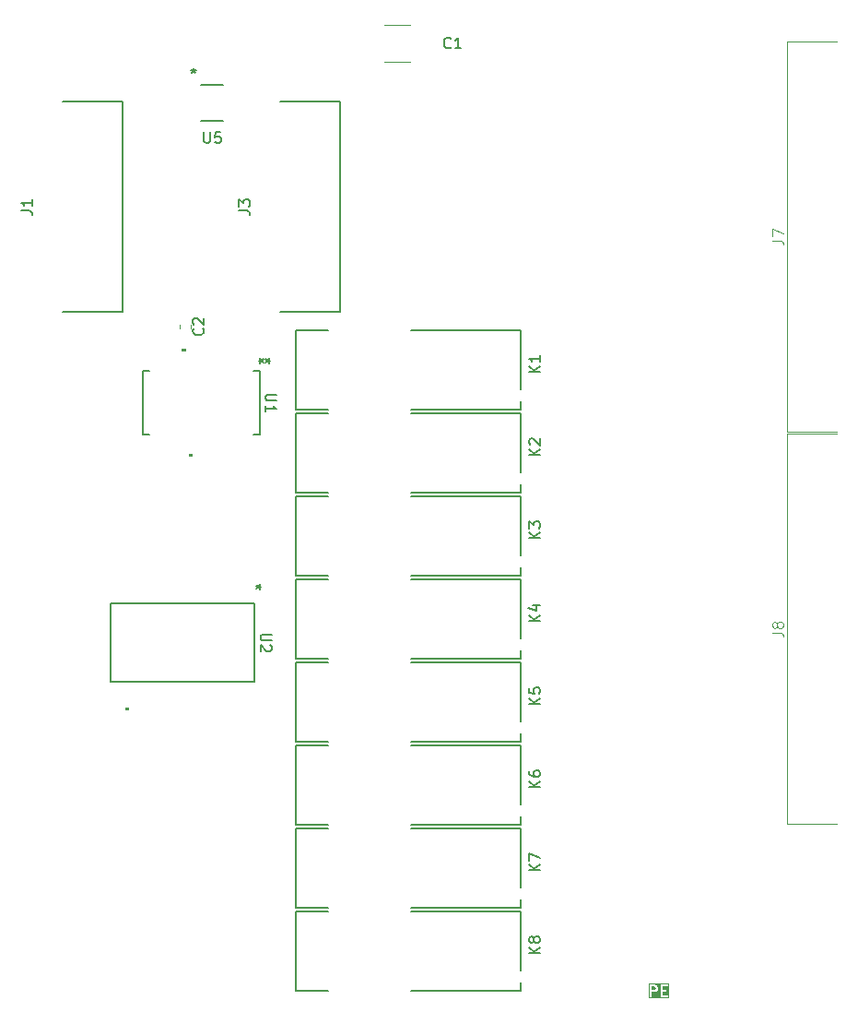
<source format=gbr>
%TF.GenerationSoftware,KiCad,Pcbnew,9.0.0*%
%TF.CreationDate,2025-03-10T21:13:25+03:00*%
%TF.ProjectId,PM_CNV-RQ8,504d5f43-4e56-42d5-9251-382e6b696361,rev?*%
%TF.SameCoordinates,Original*%
%TF.FileFunction,Legend,Top*%
%TF.FilePolarity,Positive*%
%FSLAX46Y46*%
G04 Gerber Fmt 4.6, Leading zero omitted, Abs format (unit mm)*
G04 Created by KiCad (PCBNEW 9.0.0) date 2025-03-10 21:13:25*
%MOMM*%
%LPD*%
G01*
G04 APERTURE LIST*
%ADD10C,0.200000*%
%ADD11C,0.150000*%
%ADD12C,0.100000*%
%ADD13C,0.152400*%
%ADD14C,0.000000*%
%ADD15C,0.120000*%
G04 APERTURE END LIST*
D10*
G36*
X21702668Y-41582024D02*
G01*
X21727337Y-41606692D01*
X21757142Y-41666302D01*
X21757142Y-41761945D01*
X21727337Y-41821554D01*
X21702668Y-41846222D01*
X21643059Y-41876028D01*
X21385714Y-41876028D01*
X21385714Y-41552219D01*
X21643059Y-41552219D01*
X21702668Y-41582024D01*
G37*
G36*
X22971094Y-42663330D02*
G01*
X21074603Y-42663330D01*
X21074603Y-41452219D01*
X21185714Y-41452219D01*
X21185714Y-42452219D01*
X21187635Y-42471728D01*
X21202567Y-42507776D01*
X21230157Y-42535366D01*
X21266205Y-42550298D01*
X21305223Y-42550298D01*
X21341271Y-42535366D01*
X21368861Y-42507776D01*
X21383793Y-42471728D01*
X21385714Y-42452219D01*
X21385714Y-42076028D01*
X21666666Y-42076028D01*
X21686175Y-42074107D01*
X21689495Y-42072731D01*
X21693079Y-42072477D01*
X21711387Y-42065471D01*
X21806625Y-42017852D01*
X21815021Y-42012566D01*
X21817461Y-42011556D01*
X21820207Y-42009302D01*
X21823215Y-42007409D01*
X21824944Y-42005414D01*
X21832615Y-41999120D01*
X21880233Y-41951501D01*
X21886525Y-41943834D01*
X21888523Y-41942102D01*
X21890416Y-41939093D01*
X21892670Y-41936348D01*
X21893680Y-41933907D01*
X21898966Y-41925511D01*
X21946585Y-41830274D01*
X21953591Y-41811965D01*
X21953845Y-41808381D01*
X21955221Y-41805061D01*
X21957142Y-41785552D01*
X21957142Y-41642695D01*
X21955221Y-41623186D01*
X21953845Y-41619865D01*
X21953591Y-41616282D01*
X21946585Y-41597973D01*
X21898966Y-41502736D01*
X21893680Y-41494339D01*
X21892670Y-41491899D01*
X21890416Y-41489153D01*
X21888523Y-41486145D01*
X21886525Y-41484412D01*
X21880233Y-41476746D01*
X21855707Y-41452219D01*
X22185714Y-41452219D01*
X22185714Y-42452219D01*
X22187635Y-42471728D01*
X22202567Y-42507776D01*
X22230157Y-42535366D01*
X22266205Y-42550298D01*
X22285714Y-42552219D01*
X22761904Y-42552219D01*
X22781413Y-42550298D01*
X22817461Y-42535366D01*
X22845051Y-42507776D01*
X22859983Y-42471728D01*
X22859983Y-42432710D01*
X22845051Y-42396662D01*
X22817461Y-42369072D01*
X22781413Y-42354140D01*
X22761904Y-42352219D01*
X22385714Y-42352219D01*
X22385714Y-42028409D01*
X22619047Y-42028409D01*
X22638556Y-42026488D01*
X22674604Y-42011556D01*
X22702194Y-41983966D01*
X22717126Y-41947918D01*
X22717126Y-41908900D01*
X22702194Y-41872852D01*
X22674604Y-41845262D01*
X22638556Y-41830330D01*
X22619047Y-41828409D01*
X22385714Y-41828409D01*
X22385714Y-41552219D01*
X22761904Y-41552219D01*
X22781413Y-41550298D01*
X22817461Y-41535366D01*
X22845051Y-41507776D01*
X22859983Y-41471728D01*
X22859983Y-41432710D01*
X22845051Y-41396662D01*
X22817461Y-41369072D01*
X22781413Y-41354140D01*
X22761904Y-41352219D01*
X22285714Y-41352219D01*
X22266205Y-41354140D01*
X22230157Y-41369072D01*
X22202567Y-41396662D01*
X22187635Y-41432710D01*
X22185714Y-41452219D01*
X21855707Y-41452219D01*
X21832615Y-41429127D01*
X21824944Y-41422832D01*
X21823215Y-41420838D01*
X21820207Y-41418944D01*
X21817461Y-41416691D01*
X21815021Y-41415680D01*
X21806625Y-41410395D01*
X21711387Y-41362776D01*
X21693079Y-41355770D01*
X21689495Y-41355515D01*
X21686175Y-41354140D01*
X21666666Y-41352219D01*
X21285714Y-41352219D01*
X21266205Y-41354140D01*
X21230157Y-41369072D01*
X21202567Y-41396662D01*
X21187635Y-41432710D01*
X21185714Y-41452219D01*
X21074603Y-41452219D01*
X21074603Y-41241108D01*
X22971094Y-41241108D01*
X22971094Y-42663330D01*
G37*
D11*
X-19761905Y36870181D02*
X-19761905Y36060658D01*
X-19761905Y36060658D02*
X-19714286Y35965420D01*
X-19714286Y35965420D02*
X-19666667Y35917800D01*
X-19666667Y35917800D02*
X-19571429Y35870181D01*
X-19571429Y35870181D02*
X-19380953Y35870181D01*
X-19380953Y35870181D02*
X-19285715Y35917800D01*
X-19285715Y35917800D02*
X-19238096Y35965420D01*
X-19238096Y35965420D02*
X-19190477Y36060658D01*
X-19190477Y36060658D02*
X-19190477Y36870181D01*
X-18238096Y36870181D02*
X-18714286Y36870181D01*
X-18714286Y36870181D02*
X-18761905Y36393991D01*
X-18761905Y36393991D02*
X-18714286Y36441610D01*
X-18714286Y36441610D02*
X-18619048Y36489229D01*
X-18619048Y36489229D02*
X-18380953Y36489229D01*
X-18380953Y36489229D02*
X-18285715Y36441610D01*
X-18285715Y36441610D02*
X-18238096Y36393991D01*
X-18238096Y36393991D02*
X-18190477Y36298753D01*
X-18190477Y36298753D02*
X-18190477Y36060658D01*
X-18190477Y36060658D02*
X-18238096Y35965420D01*
X-18238096Y35965420D02*
X-18285715Y35917800D01*
X-18285715Y35917800D02*
X-18380953Y35870181D01*
X-18380953Y35870181D02*
X-18619048Y35870181D01*
X-18619048Y35870181D02*
X-18714286Y35917800D01*
X-18714286Y35917800D02*
X-18761905Y35965420D01*
X-20720850Y42696981D02*
X-20720850Y42458886D01*
X-20958945Y42554124D02*
X-20720850Y42458886D01*
X-20720850Y42458886D02*
X-20482755Y42554124D01*
X-20863707Y42268410D02*
X-20720850Y42458886D01*
X-20720850Y42458886D02*
X-20577993Y42268410D01*
X-16545181Y29666667D02*
X-15830896Y29666667D01*
X-15830896Y29666667D02*
X-15688039Y29619048D01*
X-15688039Y29619048D02*
X-15592800Y29523810D01*
X-15592800Y29523810D02*
X-15545181Y29380953D01*
X-15545181Y29380953D02*
X-15545181Y29285715D01*
X-16545181Y30047620D02*
X-16545181Y30666667D01*
X-16545181Y30666667D02*
X-16164229Y30333334D01*
X-16164229Y30333334D02*
X-16164229Y30476191D01*
X-16164229Y30476191D02*
X-16116610Y30571429D01*
X-16116610Y30571429D02*
X-16068991Y30619048D01*
X-16068991Y30619048D02*
X-15973753Y30666667D01*
X-15973753Y30666667D02*
X-15735658Y30666667D01*
X-15735658Y30666667D02*
X-15640420Y30619048D01*
X-15640420Y30619048D02*
X-15592800Y30571429D01*
X-15592800Y30571429D02*
X-15545181Y30476191D01*
X-15545181Y30476191D02*
X-15545181Y30190477D01*
X-15545181Y30190477D02*
X-15592800Y30095239D01*
X-15592800Y30095239D02*
X-15640420Y30047620D01*
X-36545181Y29666667D02*
X-35830896Y29666667D01*
X-35830896Y29666667D02*
X-35688039Y29619048D01*
X-35688039Y29619048D02*
X-35592800Y29523810D01*
X-35592800Y29523810D02*
X-35545181Y29380953D01*
X-35545181Y29380953D02*
X-35545181Y29285715D01*
X-35545181Y30666667D02*
X-35545181Y30095239D01*
X-35545181Y30380953D02*
X-36545181Y30380953D01*
X-36545181Y30380953D02*
X-36402324Y30285715D01*
X-36402324Y30285715D02*
X-36307086Y30190477D01*
X-36307086Y30190477D02*
X-36259467Y30095239D01*
X11104819Y-8028094D02*
X10104819Y-8028094D01*
X11104819Y-7456666D02*
X10533390Y-7885237D01*
X10104819Y-7456666D02*
X10676247Y-8028094D01*
X10438152Y-6599523D02*
X11104819Y-6599523D01*
X10057200Y-6837618D02*
X10771485Y-7075713D01*
X10771485Y-7075713D02*
X10771485Y-6456666D01*
X-13559820Y-9238095D02*
X-14369343Y-9238095D01*
X-14369343Y-9238095D02*
X-14464581Y-9285714D01*
X-14464581Y-9285714D02*
X-14512200Y-9333333D01*
X-14512200Y-9333333D02*
X-14559820Y-9428571D01*
X-14559820Y-9428571D02*
X-14559820Y-9619047D01*
X-14559820Y-9619047D02*
X-14512200Y-9714285D01*
X-14512200Y-9714285D02*
X-14464581Y-9761904D01*
X-14464581Y-9761904D02*
X-14369343Y-9809523D01*
X-14369343Y-9809523D02*
X-13559820Y-9809523D01*
X-13655058Y-10238095D02*
X-13607439Y-10285714D01*
X-13607439Y-10285714D02*
X-13559820Y-10380952D01*
X-13559820Y-10380952D02*
X-13559820Y-10619047D01*
X-13559820Y-10619047D02*
X-13607439Y-10714285D01*
X-13607439Y-10714285D02*
X-13655058Y-10761904D01*
X-13655058Y-10761904D02*
X-13750296Y-10809523D01*
X-13750296Y-10809523D02*
X-13845534Y-10809523D01*
X-13845534Y-10809523D02*
X-13988391Y-10761904D01*
X-13988391Y-10761904D02*
X-14559820Y-10190476D01*
X-14559820Y-10190476D02*
X-14559820Y-10809523D01*
X-14506020Y-4895201D02*
X-14744115Y-4895201D01*
X-14648877Y-4657106D02*
X-14744115Y-4895201D01*
X-14744115Y-4895201D02*
X-14648877Y-5133296D01*
X-14934591Y-4752344D02*
X-14744115Y-4895201D01*
X-14744115Y-4895201D02*
X-14934591Y-5038058D01*
X11104819Y-15648094D02*
X10104819Y-15648094D01*
X11104819Y-15076666D02*
X10533390Y-15505237D01*
X10104819Y-15076666D02*
X10676247Y-15648094D01*
X10104819Y-14171904D02*
X10104819Y-14648094D01*
X10104819Y-14648094D02*
X10581009Y-14695713D01*
X10581009Y-14695713D02*
X10533390Y-14648094D01*
X10533390Y-14648094D02*
X10485771Y-14552856D01*
X10485771Y-14552856D02*
X10485771Y-14314761D01*
X10485771Y-14314761D02*
X10533390Y-14219523D01*
X10533390Y-14219523D02*
X10581009Y-14171904D01*
X10581009Y-14171904D02*
X10676247Y-14124285D01*
X10676247Y-14124285D02*
X10914342Y-14124285D01*
X10914342Y-14124285D02*
X11009580Y-14171904D01*
X11009580Y-14171904D02*
X11057200Y-14219523D01*
X11057200Y-14219523D02*
X11104819Y-14314761D01*
X11104819Y-14314761D02*
X11104819Y-14552856D01*
X11104819Y-14552856D02*
X11057200Y-14648094D01*
X11057200Y-14648094D02*
X11009580Y-14695713D01*
X11104819Y-23268094D02*
X10104819Y-23268094D01*
X11104819Y-22696666D02*
X10533390Y-23125237D01*
X10104819Y-22696666D02*
X10676247Y-23268094D01*
X10104819Y-21839523D02*
X10104819Y-22029999D01*
X10104819Y-22029999D02*
X10152438Y-22125237D01*
X10152438Y-22125237D02*
X10200057Y-22172856D01*
X10200057Y-22172856D02*
X10342914Y-22268094D01*
X10342914Y-22268094D02*
X10533390Y-22315713D01*
X10533390Y-22315713D02*
X10914342Y-22315713D01*
X10914342Y-22315713D02*
X11009580Y-22268094D01*
X11009580Y-22268094D02*
X11057200Y-22220475D01*
X11057200Y-22220475D02*
X11104819Y-22125237D01*
X11104819Y-22125237D02*
X11104819Y-21934761D01*
X11104819Y-21934761D02*
X11057200Y-21839523D01*
X11057200Y-21839523D02*
X11009580Y-21791904D01*
X11009580Y-21791904D02*
X10914342Y-21744285D01*
X10914342Y-21744285D02*
X10676247Y-21744285D01*
X10676247Y-21744285D02*
X10581009Y-21791904D01*
X10581009Y-21791904D02*
X10533390Y-21839523D01*
X10533390Y-21839523D02*
X10485771Y-21934761D01*
X10485771Y-21934761D02*
X10485771Y-22125237D01*
X10485771Y-22125237D02*
X10533390Y-22220475D01*
X10533390Y-22220475D02*
X10581009Y-22268094D01*
X10581009Y-22268094D02*
X10676247Y-22315713D01*
X11104819Y-38508094D02*
X10104819Y-38508094D01*
X11104819Y-37936666D02*
X10533390Y-38365237D01*
X10104819Y-37936666D02*
X10676247Y-38508094D01*
X10533390Y-37365237D02*
X10485771Y-37460475D01*
X10485771Y-37460475D02*
X10438152Y-37508094D01*
X10438152Y-37508094D02*
X10342914Y-37555713D01*
X10342914Y-37555713D02*
X10295295Y-37555713D01*
X10295295Y-37555713D02*
X10200057Y-37508094D01*
X10200057Y-37508094D02*
X10152438Y-37460475D01*
X10152438Y-37460475D02*
X10104819Y-37365237D01*
X10104819Y-37365237D02*
X10104819Y-37174761D01*
X10104819Y-37174761D02*
X10152438Y-37079523D01*
X10152438Y-37079523D02*
X10200057Y-37031904D01*
X10200057Y-37031904D02*
X10295295Y-36984285D01*
X10295295Y-36984285D02*
X10342914Y-36984285D01*
X10342914Y-36984285D02*
X10438152Y-37031904D01*
X10438152Y-37031904D02*
X10485771Y-37079523D01*
X10485771Y-37079523D02*
X10533390Y-37174761D01*
X10533390Y-37174761D02*
X10533390Y-37365237D01*
X10533390Y-37365237D02*
X10581009Y-37460475D01*
X10581009Y-37460475D02*
X10628628Y-37508094D01*
X10628628Y-37508094D02*
X10723866Y-37555713D01*
X10723866Y-37555713D02*
X10914342Y-37555713D01*
X10914342Y-37555713D02*
X11009580Y-37508094D01*
X11009580Y-37508094D02*
X11057200Y-37460475D01*
X11057200Y-37460475D02*
X11104819Y-37365237D01*
X11104819Y-37365237D02*
X11104819Y-37174761D01*
X11104819Y-37174761D02*
X11057200Y-37079523D01*
X11057200Y-37079523D02*
X11009580Y-37031904D01*
X11009580Y-37031904D02*
X10914342Y-36984285D01*
X10914342Y-36984285D02*
X10723866Y-36984285D01*
X10723866Y-36984285D02*
X10628628Y-37031904D01*
X10628628Y-37031904D02*
X10581009Y-37079523D01*
X10581009Y-37079523D02*
X10533390Y-37174761D01*
X11104819Y14831906D02*
X10104819Y14831906D01*
X11104819Y15403334D02*
X10533390Y14974763D01*
X10104819Y15403334D02*
X10676247Y14831906D01*
X11104819Y16355715D02*
X11104819Y15784287D01*
X11104819Y16070001D02*
X10104819Y16070001D01*
X10104819Y16070001D02*
X10247676Y15974763D01*
X10247676Y15974763D02*
X10342914Y15879525D01*
X10342914Y15879525D02*
X10390533Y15784287D01*
D12*
X32457419Y-9083333D02*
X33171704Y-9083333D01*
X33171704Y-9083333D02*
X33314561Y-9130952D01*
X33314561Y-9130952D02*
X33409800Y-9226190D01*
X33409800Y-9226190D02*
X33457419Y-9369047D01*
X33457419Y-9369047D02*
X33457419Y-9464285D01*
X32885990Y-8464285D02*
X32838371Y-8559523D01*
X32838371Y-8559523D02*
X32790752Y-8607142D01*
X32790752Y-8607142D02*
X32695514Y-8654761D01*
X32695514Y-8654761D02*
X32647895Y-8654761D01*
X32647895Y-8654761D02*
X32552657Y-8607142D01*
X32552657Y-8607142D02*
X32505038Y-8559523D01*
X32505038Y-8559523D02*
X32457419Y-8464285D01*
X32457419Y-8464285D02*
X32457419Y-8273809D01*
X32457419Y-8273809D02*
X32505038Y-8178571D01*
X32505038Y-8178571D02*
X32552657Y-8130952D01*
X32552657Y-8130952D02*
X32647895Y-8083333D01*
X32647895Y-8083333D02*
X32695514Y-8083333D01*
X32695514Y-8083333D02*
X32790752Y-8130952D01*
X32790752Y-8130952D02*
X32838371Y-8178571D01*
X32838371Y-8178571D02*
X32885990Y-8273809D01*
X32885990Y-8273809D02*
X32885990Y-8464285D01*
X32885990Y-8464285D02*
X32933609Y-8559523D01*
X32933609Y-8559523D02*
X32981228Y-8607142D01*
X32981228Y-8607142D02*
X33076466Y-8654761D01*
X33076466Y-8654761D02*
X33266942Y-8654761D01*
X33266942Y-8654761D02*
X33362180Y-8607142D01*
X33362180Y-8607142D02*
X33409800Y-8559523D01*
X33409800Y-8559523D02*
X33457419Y-8464285D01*
X33457419Y-8464285D02*
X33457419Y-8273809D01*
X33457419Y-8273809D02*
X33409800Y-8178571D01*
X33409800Y-8178571D02*
X33362180Y-8130952D01*
X33362180Y-8130952D02*
X33266942Y-8083333D01*
X33266942Y-8083333D02*
X33076466Y-8083333D01*
X33076466Y-8083333D02*
X32981228Y-8130952D01*
X32981228Y-8130952D02*
X32933609Y-8178571D01*
X32933609Y-8178571D02*
X32885990Y-8273809D01*
D11*
X11104819Y-30888094D02*
X10104819Y-30888094D01*
X11104819Y-30316666D02*
X10533390Y-30745237D01*
X10104819Y-30316666D02*
X10676247Y-30888094D01*
X10104819Y-29983332D02*
X10104819Y-29316666D01*
X10104819Y-29316666D02*
X11104819Y-29745237D01*
X-19870420Y18833334D02*
X-19822800Y18785715D01*
X-19822800Y18785715D02*
X-19775181Y18642858D01*
X-19775181Y18642858D02*
X-19775181Y18547620D01*
X-19775181Y18547620D02*
X-19822800Y18404763D01*
X-19822800Y18404763D02*
X-19918039Y18309525D01*
X-19918039Y18309525D02*
X-20013277Y18261906D01*
X-20013277Y18261906D02*
X-20203753Y18214287D01*
X-20203753Y18214287D02*
X-20346610Y18214287D01*
X-20346610Y18214287D02*
X-20537086Y18261906D01*
X-20537086Y18261906D02*
X-20632324Y18309525D01*
X-20632324Y18309525D02*
X-20727562Y18404763D01*
X-20727562Y18404763D02*
X-20775181Y18547620D01*
X-20775181Y18547620D02*
X-20775181Y18642858D01*
X-20775181Y18642858D02*
X-20727562Y18785715D01*
X-20727562Y18785715D02*
X-20679943Y18833334D01*
X-20679943Y19214287D02*
X-20727562Y19261906D01*
X-20727562Y19261906D02*
X-20775181Y19357144D01*
X-20775181Y19357144D02*
X-20775181Y19595239D01*
X-20775181Y19595239D02*
X-20727562Y19690477D01*
X-20727562Y19690477D02*
X-20679943Y19738096D01*
X-20679943Y19738096D02*
X-20584705Y19785715D01*
X-20584705Y19785715D02*
X-20489467Y19785715D01*
X-20489467Y19785715D02*
X-20346610Y19738096D01*
X-20346610Y19738096D02*
X-19775181Y19166668D01*
X-19775181Y19166668D02*
X-19775181Y19785715D01*
X11104819Y-408094D02*
X10104819Y-408094D01*
X11104819Y163334D02*
X10533390Y-265237D01*
X10104819Y163334D02*
X10676247Y-408094D01*
X10104819Y496668D02*
X10104819Y1115715D01*
X10104819Y1115715D02*
X10485771Y782382D01*
X10485771Y782382D02*
X10485771Y925239D01*
X10485771Y925239D02*
X10533390Y1020477D01*
X10533390Y1020477D02*
X10581009Y1068096D01*
X10581009Y1068096D02*
X10676247Y1115715D01*
X10676247Y1115715D02*
X10914342Y1115715D01*
X10914342Y1115715D02*
X11009580Y1068096D01*
X11009580Y1068096D02*
X11057200Y1020477D01*
X11057200Y1020477D02*
X11104819Y925239D01*
X11104819Y925239D02*
X11104819Y639525D01*
X11104819Y639525D02*
X11057200Y544287D01*
X11057200Y544287D02*
X11009580Y496668D01*
X-13104820Y12761905D02*
X-13914343Y12761905D01*
X-13914343Y12761905D02*
X-14009581Y12714286D01*
X-14009581Y12714286D02*
X-14057200Y12666667D01*
X-14057200Y12666667D02*
X-14104820Y12571429D01*
X-14104820Y12571429D02*
X-14104820Y12380953D01*
X-14104820Y12380953D02*
X-14057200Y12285715D01*
X-14057200Y12285715D02*
X-14009581Y12238096D01*
X-14009581Y12238096D02*
X-13914343Y12190477D01*
X-13914343Y12190477D02*
X-13104820Y12190477D01*
X-14104820Y11190477D02*
X-14104820Y11761905D01*
X-14104820Y11476191D02*
X-13104820Y11476191D01*
X-13104820Y11476191D02*
X-13247677Y11571429D01*
X-13247677Y11571429D02*
X-13342915Y11666667D01*
X-13342915Y11666667D02*
X-13390534Y11761905D01*
X-14745381Y15881802D02*
X-14507286Y15881802D01*
X-14602524Y15643707D02*
X-14507286Y15881802D01*
X-14507286Y15881802D02*
X-14602524Y16119897D01*
X-14316810Y15738945D02*
X-14507286Y15881802D01*
X-14507286Y15881802D02*
X-14316810Y16024659D01*
X-13655020Y15881801D02*
X-13893115Y15881801D01*
X-13797877Y16119896D02*
X-13893115Y15881801D01*
X-13893115Y15881801D02*
X-13797877Y15643706D01*
X-14083591Y16024658D02*
X-13893115Y15881801D01*
X-13893115Y15881801D02*
X-14083591Y15738944D01*
X11104819Y7211906D02*
X10104819Y7211906D01*
X11104819Y7783334D02*
X10533390Y7354763D01*
X10104819Y7783334D02*
X10676247Y7211906D01*
X10200057Y8164287D02*
X10152438Y8211906D01*
X10152438Y8211906D02*
X10104819Y8307144D01*
X10104819Y8307144D02*
X10104819Y8545239D01*
X10104819Y8545239D02*
X10152438Y8640477D01*
X10152438Y8640477D02*
X10200057Y8688096D01*
X10200057Y8688096D02*
X10295295Y8735715D01*
X10295295Y8735715D02*
X10390533Y8735715D01*
X10390533Y8735715D02*
X10533390Y8688096D01*
X10533390Y8688096D02*
X11104819Y8116668D01*
X11104819Y8116668D02*
X11104819Y8735715D01*
X2913333Y44640420D02*
X2865714Y44592800D01*
X2865714Y44592800D02*
X2722857Y44545181D01*
X2722857Y44545181D02*
X2627619Y44545181D01*
X2627619Y44545181D02*
X2484762Y44592800D01*
X2484762Y44592800D02*
X2389524Y44688039D01*
X2389524Y44688039D02*
X2341905Y44783277D01*
X2341905Y44783277D02*
X2294286Y44973753D01*
X2294286Y44973753D02*
X2294286Y45116610D01*
X2294286Y45116610D02*
X2341905Y45307086D01*
X2341905Y45307086D02*
X2389524Y45402324D01*
X2389524Y45402324D02*
X2484762Y45497562D01*
X2484762Y45497562D02*
X2627619Y45545181D01*
X2627619Y45545181D02*
X2722857Y45545181D01*
X2722857Y45545181D02*
X2865714Y45497562D01*
X2865714Y45497562D02*
X2913333Y45449943D01*
X3865714Y44545181D02*
X3294286Y44545181D01*
X3580000Y44545181D02*
X3580000Y45545181D01*
X3580000Y45545181D02*
X3484762Y45402324D01*
X3484762Y45402324D02*
X3389524Y45307086D01*
X3389524Y45307086D02*
X3294286Y45259467D01*
D12*
X32457419Y26916667D02*
X33171704Y26916667D01*
X33171704Y26916667D02*
X33314561Y26869048D01*
X33314561Y26869048D02*
X33409800Y26773810D01*
X33409800Y26773810D02*
X33457419Y26630953D01*
X33457419Y26630953D02*
X33457419Y26535715D01*
X32457419Y27297620D02*
X32457419Y27964286D01*
X32457419Y27964286D02*
X33457419Y27535715D01*
D13*
%TO.C,U5*%
X-20003300Y37849000D02*
X-17996700Y37849000D01*
X-17996700Y41151000D02*
X-20003300Y41151000D01*
%TO.C,J3*%
X-12781300Y20376699D02*
X-7218700Y20376699D01*
X-7218700Y20376699D02*
X-7218700Y39623301D01*
X-7218700Y39623301D02*
X-12781300Y39623301D01*
%TO.C,J1*%
X-32781300Y20376699D02*
X-27218700Y20376699D01*
X-27218700Y20376699D02*
X-27218700Y39623301D01*
X-27218700Y39623301D02*
X-32781300Y39623301D01*
%TO.C,K4*%
X-11337000Y-4183000D02*
X-11337000Y-11437000D01*
X-11337000Y-4183000D02*
X-8370000Y-4183000D01*
X-11337000Y-11437000D02*
X-8370000Y-11437000D01*
X-750000Y-11437000D02*
X9317000Y-11437000D01*
X9317000Y-4183000D02*
X-750000Y-4183000D01*
X9317000Y-9586600D02*
X9317000Y-4183000D01*
X9317000Y-11437000D02*
X9317000Y-10733400D01*
%TO.C,U2*%
X-28351999Y-6372999D02*
X-28351999Y-13627001D01*
X-28351999Y-13627001D02*
X-15098001Y-13627001D01*
X-15098001Y-6372999D02*
X-28351999Y-6372999D01*
X-15098001Y-13627001D02*
X-15098001Y-6372999D01*
D14*
G36*
X-26614500Y-16216800D02*
G01*
X-26995500Y-16216800D01*
X-26995500Y-15962800D01*
X-26614500Y-15962800D01*
X-26614500Y-16216800D01*
G37*
D13*
%TO.C,K5*%
X-11337000Y-11803000D02*
X-11337000Y-19057000D01*
X-11337000Y-11803000D02*
X-8370000Y-11803000D01*
X-11337000Y-19057000D02*
X-8370000Y-19057000D01*
X-750000Y-19057000D02*
X9317000Y-19057000D01*
X9317000Y-11803000D02*
X-750000Y-11803000D01*
X9317000Y-17206600D02*
X9317000Y-11803000D01*
X9317000Y-19057000D02*
X9317000Y-18353400D01*
%TO.C,K6*%
X-11337000Y-19423000D02*
X-11337000Y-26677000D01*
X-11337000Y-19423000D02*
X-8370000Y-19423000D01*
X-11337000Y-26677000D02*
X-8370000Y-26677000D01*
X-750000Y-26677000D02*
X9317000Y-26677000D01*
X9317000Y-19423000D02*
X-750000Y-19423000D01*
X9317000Y-24826600D02*
X9317000Y-19423000D01*
X9317000Y-26677000D02*
X9317000Y-25973400D01*
%TO.C,K8*%
X-11337000Y-34663000D02*
X-11337000Y-41917000D01*
X-11337000Y-34663000D02*
X-8370000Y-34663000D01*
X-11337000Y-41917000D02*
X-8370000Y-41917000D01*
X-750000Y-41917000D02*
X9317000Y-41917000D01*
X9317000Y-34663000D02*
X-750000Y-34663000D01*
X9317000Y-40066600D02*
X9317000Y-34663000D01*
X9317000Y-41917000D02*
X9317000Y-41213400D01*
%TO.C,K1*%
X-11337000Y18677000D02*
X-11337000Y11423000D01*
X-11337000Y18677000D02*
X-8370000Y18677000D01*
X-11337000Y11423000D02*
X-8370000Y11423000D01*
X-750000Y11423000D02*
X9317000Y11423000D01*
X9317000Y18677000D02*
X-750000Y18677000D01*
X9317000Y13273400D02*
X9317000Y18677000D01*
X9317000Y11423000D02*
X9317000Y12126600D01*
D12*
%TO.C,J8*%
X33800000Y9150000D02*
X38400000Y9150000D01*
X33800000Y-26650000D02*
X33800000Y9150000D01*
X38400000Y-26650000D02*
X33800000Y-26650000D01*
D13*
%TO.C,K7*%
X-11337000Y-27043000D02*
X-11337000Y-34297000D01*
X-11337000Y-27043000D02*
X-8370000Y-27043000D01*
X-11337000Y-34297000D02*
X-8370000Y-34297000D01*
X-750000Y-34297000D02*
X9317000Y-34297000D01*
X9317000Y-27043000D02*
X-750000Y-27043000D01*
X9317000Y-32446600D02*
X9317000Y-27043000D01*
X9317000Y-34297000D02*
X9317000Y-33593400D01*
D15*
%TO.C,C2*%
X-22010000Y18859420D02*
X-22010000Y19140580D01*
X-20990000Y18859420D02*
X-20990000Y19140580D01*
D13*
%TO.C,K3*%
X-11337000Y3437000D02*
X-11337000Y-3817000D01*
X-11337000Y3437000D02*
X-8370000Y3437000D01*
X-11337000Y-3817000D02*
X-8370000Y-3817000D01*
X-750000Y-3817000D02*
X9317000Y-3817000D01*
X9317000Y3437000D02*
X-750000Y3437000D01*
X9317000Y-1966600D02*
X9317000Y3437000D01*
X9317000Y-3817000D02*
X9317000Y-3113400D01*
D14*
%TO.C,U1*%
G36*
X-20784499Y7036398D02*
G01*
X-21165499Y7036398D01*
X-21165499Y7290398D01*
X-20784499Y7290398D01*
X-20784499Y7036398D01*
G37*
G36*
X-21434498Y16709602D02*
G01*
X-21815498Y16709602D01*
X-21815498Y16963602D01*
X-21434498Y16963602D01*
X-21434498Y16709602D01*
G37*
D13*
X-14623000Y9073001D02*
X-14623000Y14926999D01*
X-14623000Y14926999D02*
X-15226360Y14926999D01*
X-15226360Y9073001D02*
X-14623000Y9073001D01*
X-24773638Y14926999D02*
X-25377000Y14926999D01*
X-25377000Y9073001D02*
X-24773640Y9073001D01*
X-25377000Y14926999D02*
X-25377000Y9073001D01*
%TO.C,K2*%
X-11337000Y11057000D02*
X-11337000Y3803000D01*
X-11337000Y11057000D02*
X-8370000Y11057000D01*
X-11337000Y3803000D02*
X-8370000Y3803000D01*
X-750000Y3803000D02*
X9317000Y3803000D01*
X9317000Y11057000D02*
X-750000Y11057000D01*
X9317000Y5653400D02*
X9317000Y11057000D01*
X9317000Y3803000D02*
X9317000Y4506600D01*
D15*
%TO.C,C1*%
X-838748Y46710000D02*
X-3161252Y46710000D01*
X-838748Y43290000D02*
X-3161252Y43290000D01*
D12*
%TO.C,J7*%
X33800000Y45150000D02*
X38400000Y45150000D01*
X33800000Y9350000D02*
X33800000Y45150000D01*
X38400000Y9350000D02*
X33800000Y9350000D01*
%TD*%
M02*

</source>
